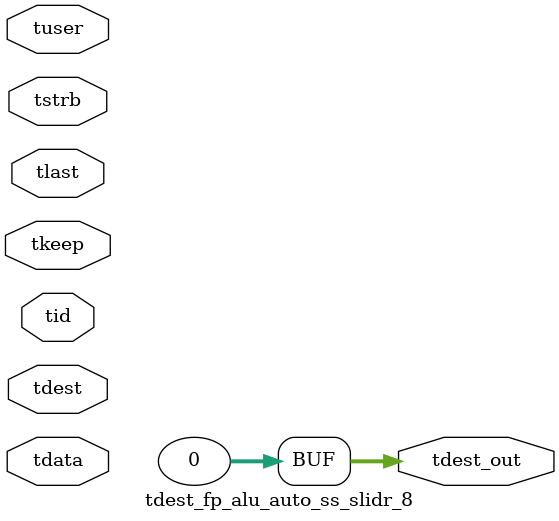
<source format=v>


`timescale 1ps/1ps

module tdest_fp_alu_auto_ss_slidr_8 #
(
parameter C_S_AXIS_TDATA_WIDTH = 32,
parameter C_S_AXIS_TUSER_WIDTH = 0,
parameter C_S_AXIS_TID_WIDTH   = 0,
parameter C_S_AXIS_TDEST_WIDTH = 0,
parameter C_M_AXIS_TDEST_WIDTH = 32
)
(
input  [(C_S_AXIS_TDATA_WIDTH == 0 ? 1 : C_S_AXIS_TDATA_WIDTH)-1:0     ] tdata,
input  [(C_S_AXIS_TUSER_WIDTH == 0 ? 1 : C_S_AXIS_TUSER_WIDTH)-1:0     ] tuser,
input  [(C_S_AXIS_TID_WIDTH   == 0 ? 1 : C_S_AXIS_TID_WIDTH)-1:0       ] tid,
input  [(C_S_AXIS_TDEST_WIDTH == 0 ? 1 : C_S_AXIS_TDEST_WIDTH)-1:0     ] tdest,
input  [(C_S_AXIS_TDATA_WIDTH/8)-1:0 ] tkeep,
input  [(C_S_AXIS_TDATA_WIDTH/8)-1:0 ] tstrb,
input                                                                    tlast,
output [C_M_AXIS_TDEST_WIDTH-1:0] tdest_out
);

assign tdest_out = {1'b0};

endmodule


</source>
